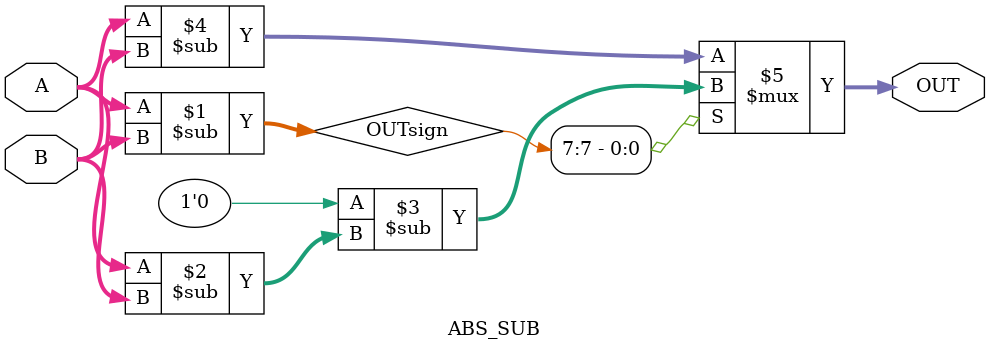
<source format=v>

module ABS_SUB(A,B,OUT);

parameter N = 12;

input [N-1:0] A,B;

output [N-1:0] OUT;


wire [N-1:0] OUTsign;

assign OUTsign = A-B;
assign OUT = (OUTsign[7]) ? (1'b0 - (A-B)) : (A-B);

endmodule
</source>
